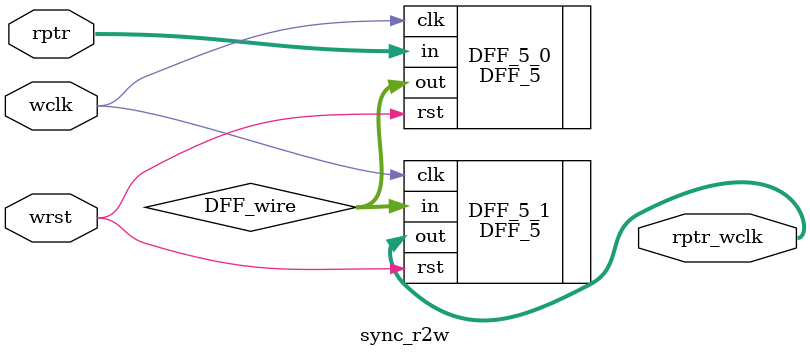
<source format=sv>
module sync_r2w(
        output logic [4:0] rptr_wclk,
        input  logic [4:0] rptr,
        input  wclk, 
        input  wrst
);

logic [4:0] DFF_wire;

DFF_5 DFF_5_0(
        .clk(wclk),
        .rst(wrst),
        .in(rptr),
        .out(DFF_wire)
    );

DFF_5 DFF_5_1(
        .clk(wclk),
        .rst(wrst),
        .in(DFF_wire),
        .out(rptr_wclk)
    );

    

endmodule
</source>
